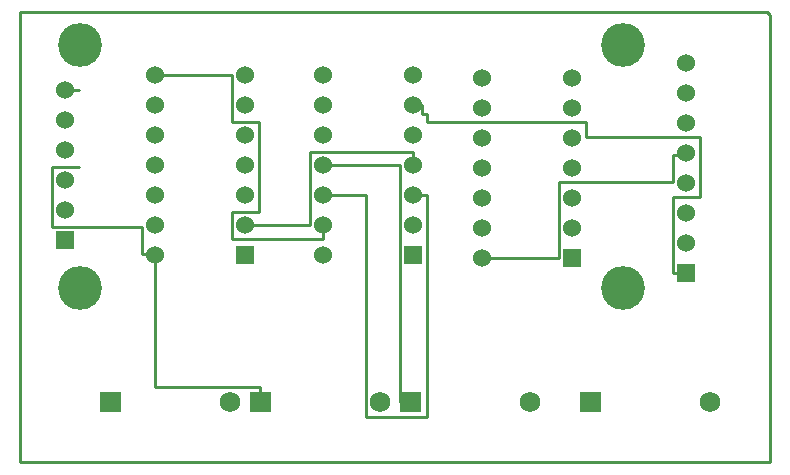
<source format=gbr>
G04 start of page 7 for group 5 idx 5 *
G04 Title: (unknown), bottom *
G04 Creator: pcb 4.2.2 *
G04 CreationDate: Sat Jan  4 21:18:30 2025 UTC *
G04 For: electronics *
G04 Format: Gerber/RS-274X *
G04 PCB-Dimensions (mil): 2500.00 1500.00 *
G04 PCB-Coordinate-Origin: lower left *
%MOIN*%
%FSLAX25Y25*%
%LNBOTTOM*%
%ADD54C,0.0280*%
%ADD53C,0.0380*%
%ADD52C,0.1200*%
%ADD51C,0.1460*%
%ADD50C,0.0600*%
%ADD49C,0.0001*%
%ADD48C,0.0680*%
%ADD47C,0.0100*%
G54D47*X45000Y69000D02*Y24900D01*
X80000Y24900D02*X45000D01*
X80000D02*Y20000D01*
X79500Y83500D02*X70500D01*
Y74500D01*
X0Y0D02*Y150000D01*
X19500Y124000D02*X15000D01*
X19500Y98500D02*X10500D01*
Y78500D01*
X40500Y78500D02*X10500D01*
X126500Y99000D02*X101000D01*
X96500Y79000D02*X75000D01*
X131000Y103500D02*X96500D01*
X131000D02*Y99000D01*
X40500Y78500D02*Y69500D01*
X45000Y69500D02*X40500D01*
X70500Y129000D02*X45000D01*
X70500D02*Y113500D01*
X79500Y113500D02*X70500D01*
X79500D02*Y83500D01*
X96500Y103500D02*Y79000D01*
X45000Y69500D02*Y69000D01*
X179500Y68000D02*X154000D01*
X250000Y0D02*X0D01*
X126500Y99000D02*Y24900D01*
X126600Y24900D02*X126500D01*
X126600D02*Y20000D01*
X130000Y20000D02*X126600D01*
X135500Y15100D02*X115100D01*
X135500Y89000D02*Y15100D01*
X101000Y74500D02*X70500D01*
X101000Y79000D02*Y74500D01*
X115100Y89000D02*X101000D01*
X115100D02*Y15100D01*
X135500Y89000D02*X131000D01*
X179500Y93500D02*Y68000D01*
X222000Y63000D02*X217500D01*
Y88500D02*Y63000D01*
X226500Y88500D02*X217500D01*
X226500Y108500D02*Y88500D01*
X250000Y149000D02*Y0D01*
X217500Y93500D02*X179500D01*
X217500Y102500D02*Y93500D01*
X222000Y102500D02*X217500D01*
X222000Y103000D02*Y102500D01*
X226500Y108500D02*X188500D01*
Y113500D02*Y108500D01*
X188500Y113500D02*X135500D01*
Y116000D02*Y113500D01*
X135500Y116000D02*X134000D01*
Y119000D02*Y116000D01*
X134000Y119000D02*X131000D01*
X0Y150000D02*X249000D01*
X250000Y149000D01*
G54D48*X230000Y20000D03*
G54D49*G36*
X219000Y66000D02*Y60000D01*
X225000D01*
Y66000D01*
X219000D01*
G37*
G54D50*X222000Y73000D03*
Y83000D03*
Y93000D03*
Y103000D03*
Y113000D03*
Y123000D03*
Y133000D03*
G54D49*G36*
X126600Y23400D02*Y16600D01*
X133400D01*
Y23400D01*
X126600D01*
G37*
G54D48*X170000Y20000D03*
X120000D03*
G54D49*G36*
X186600Y23400D02*Y16600D01*
X193400D01*
Y23400D01*
X186600D01*
G37*
G36*
X181000Y71000D02*Y65000D01*
X187000D01*
Y71000D01*
X181000D01*
G37*
G54D50*X184000Y78000D03*
Y88000D03*
Y98000D03*
Y108000D03*
Y118000D03*
Y128000D03*
X154000D03*
X101000Y129000D03*
X154000Y118000D03*
X101000Y119000D03*
Y109000D03*
Y99000D03*
Y89000D03*
X154000Y108000D03*
Y98000D03*
Y88000D03*
Y78000D03*
Y68000D03*
G54D49*G36*
X128000Y72000D02*Y66000D01*
X134000D01*
Y72000D01*
X128000D01*
G37*
G54D50*X101000Y69000D03*
X131000Y79000D03*
X101000D03*
X131000Y89000D03*
Y99000D03*
Y109000D03*
Y119000D03*
Y129000D03*
G54D49*G36*
X26600Y23400D02*Y16600D01*
X33400D01*
Y23400D01*
X26600D01*
G37*
G36*
X76600D02*Y16600D01*
X83400D01*
Y23400D01*
X76600D01*
G37*
G54D48*X70000Y20000D03*
G54D49*G36*
X72000Y72000D02*Y66000D01*
X78000D01*
Y72000D01*
X72000D01*
G37*
G54D50*X75000Y79000D03*
Y89000D03*
Y99000D03*
Y109000D03*
Y119000D03*
Y129000D03*
G54D49*G36*
X12000Y77000D02*Y71000D01*
X18000D01*
Y77000D01*
X12000D01*
G37*
G54D50*X15000Y84000D03*
Y94000D03*
Y104000D03*
Y114000D03*
Y124000D03*
X45000Y129000D03*
Y119000D03*
Y109000D03*
Y99000D03*
Y89000D03*
Y79000D03*
Y69000D03*
G54D51*X201000Y58000D03*
Y139000D03*
X20000D03*
Y58000D03*
G54D52*G54D53*G54D54*G54D53*G54D54*G54D53*G54D54*G54D53*G54D54*M02*

</source>
